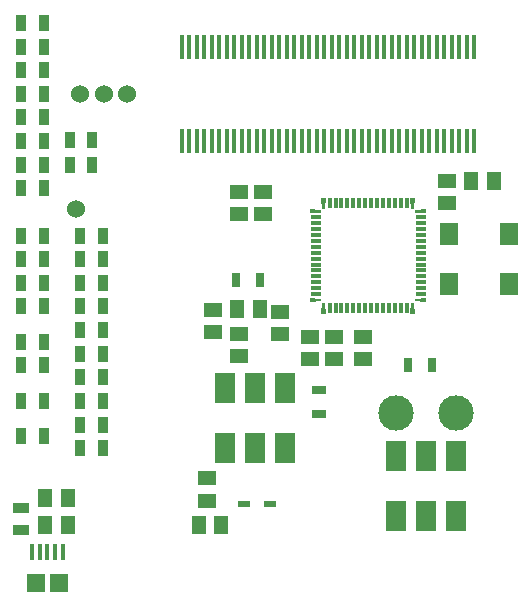
<source format=gtp>
%FSLAX34Y34*%
G04 Gerber Fmt 3.4, Leading zero omitted, Abs format*
G04 (created by PCBNEW (2014-06-12 BZR 4942)-product) date Mon 16 Jun 2014 06:59:23 PM PDT*
%MOIN*%
G01*
G70*
G90*
G04 APERTURE LIST*
%ADD10C,0.003937*%
%ADD11R,0.012000X0.036000*%
%ADD12R,0.036000X0.012000*%
%ADD13R,0.047200X0.031500*%
%ADD14R,0.059000X0.051200*%
%ADD15R,0.051200X0.059000*%
%ADD16R,0.015748X0.078740*%
%ADD17R,0.015748X0.053150*%
%ADD18R,0.059055X0.061024*%
%ADD19R,0.039400X0.023600*%
%ADD20R,0.035000X0.055000*%
%ADD21R,0.055000X0.035000*%
%ADD22C,0.060000*%
%ADD23R,0.031500X0.047200*%
%ADD24R,0.065000X0.100000*%
%ADD25R,0.061024X0.076772*%
%ADD26C,0.118100*%
G04 APERTURE END LIST*
G54D10*
G36*
X65099Y-19999D02*
X65067Y-20359D01*
X64979Y-20359D01*
X64947Y-19999D01*
X65099Y-19999D01*
X65099Y-19999D01*
G37*
G54D11*
X64823Y-20179D03*
X64623Y-20179D03*
X64433Y-20179D03*
X64233Y-20179D03*
X64033Y-20179D03*
X63843Y-20179D03*
X63643Y-20179D03*
X63443Y-20179D03*
X63243Y-20179D03*
X63053Y-20179D03*
X62853Y-20179D03*
X62653Y-20179D03*
X62463Y-20179D03*
X62263Y-20179D03*
G54D10*
G36*
X62139Y-19999D02*
X62107Y-20359D01*
X62019Y-20359D01*
X61987Y-19999D01*
X62139Y-19999D01*
X62139Y-19999D01*
G37*
G36*
X61613Y-20373D02*
X61973Y-20404D01*
X61973Y-20493D01*
X61613Y-20524D01*
X61613Y-20373D01*
X61613Y-20373D01*
G37*
G54D12*
X61793Y-20649D03*
X61793Y-20849D03*
X61793Y-21039D03*
X61793Y-21239D03*
X61793Y-21439D03*
X61793Y-21629D03*
X61793Y-21829D03*
X61793Y-22029D03*
X61793Y-22229D03*
X61793Y-22419D03*
X61793Y-22619D03*
X61793Y-22819D03*
X61793Y-23009D03*
X61793Y-23209D03*
G54D10*
G36*
X61613Y-23333D02*
X61973Y-23364D01*
X61973Y-23453D01*
X61613Y-23484D01*
X61613Y-23333D01*
X61613Y-23333D01*
G37*
G36*
X61987Y-23859D02*
X62019Y-23499D01*
X62107Y-23499D01*
X62139Y-23859D01*
X61987Y-23859D01*
X61987Y-23859D01*
G37*
G54D11*
X62263Y-23679D03*
X62463Y-23679D03*
X62653Y-23679D03*
X62853Y-23679D03*
X63053Y-23679D03*
X63243Y-23679D03*
X63443Y-23679D03*
X63643Y-23679D03*
X63843Y-23679D03*
X64033Y-23679D03*
X64233Y-23679D03*
X64433Y-23679D03*
X64623Y-23679D03*
X64823Y-23679D03*
G54D10*
G36*
X64947Y-23859D02*
X64979Y-23499D01*
X65067Y-23499D01*
X65099Y-23859D01*
X64947Y-23859D01*
X64947Y-23859D01*
G37*
G36*
X65473Y-23482D02*
X65113Y-23455D01*
X65113Y-23362D01*
X65473Y-23335D01*
X65473Y-23482D01*
X65473Y-23482D01*
G37*
G54D12*
X65293Y-23209D03*
X65293Y-23009D03*
X65293Y-22819D03*
X65293Y-22619D03*
X65293Y-22419D03*
X65293Y-22229D03*
X65293Y-22029D03*
X65293Y-21829D03*
X65293Y-21629D03*
X65293Y-21439D03*
X65293Y-21239D03*
X65293Y-21039D03*
X65293Y-20849D03*
X65293Y-20649D03*
G54D10*
G36*
X65473Y-20524D02*
X65113Y-20493D01*
X65113Y-20404D01*
X65473Y-20373D01*
X65473Y-20524D01*
X65473Y-20524D01*
G37*
G54D13*
X61889Y-27205D03*
X61889Y-26417D03*
G54D14*
X60039Y-19802D03*
X60039Y-20552D03*
X59251Y-19802D03*
X59251Y-20552D03*
X66181Y-20178D03*
X66181Y-19428D03*
G54D15*
X67737Y-19448D03*
X66987Y-19448D03*
G54D14*
X61614Y-25375D03*
X61614Y-24625D03*
X62401Y-25375D03*
X62401Y-24625D03*
X63385Y-24625D03*
X63385Y-25375D03*
X60614Y-24544D03*
X60614Y-23794D03*
G54D15*
X59922Y-23720D03*
X59172Y-23720D03*
X52774Y-30019D03*
X53524Y-30019D03*
G54D14*
X59251Y-24526D03*
X59251Y-25276D03*
X58366Y-23739D03*
X58366Y-24489D03*
X58169Y-29349D03*
X58169Y-30099D03*
G54D15*
X57892Y-30905D03*
X58642Y-30905D03*
X52774Y-30905D03*
X53524Y-30905D03*
G54D16*
X67079Y-14960D03*
X67079Y-18110D03*
X66829Y-14960D03*
X66829Y-18110D03*
X66579Y-14960D03*
X66579Y-18110D03*
X66329Y-14960D03*
X66329Y-18110D03*
X66079Y-14960D03*
X66079Y-18110D03*
X65829Y-14960D03*
X65829Y-18110D03*
X65579Y-14960D03*
X65579Y-18110D03*
X65329Y-14960D03*
X65329Y-18110D03*
X65079Y-14960D03*
X65079Y-18110D03*
X64829Y-14960D03*
X64829Y-18110D03*
X64579Y-14960D03*
X64579Y-18110D03*
X64329Y-14960D03*
X64329Y-18110D03*
X64079Y-14960D03*
X64079Y-18110D03*
X63829Y-14960D03*
X63829Y-18110D03*
X63579Y-14960D03*
X63579Y-18110D03*
X63329Y-14960D03*
X63329Y-18110D03*
X63079Y-14960D03*
X63079Y-18110D03*
X62829Y-14960D03*
X62829Y-18110D03*
X62579Y-14960D03*
X62579Y-18110D03*
X62329Y-14960D03*
X62329Y-18110D03*
X62079Y-14960D03*
X62079Y-18110D03*
X61829Y-14960D03*
X61829Y-18110D03*
X61579Y-14960D03*
X61579Y-18110D03*
X61329Y-14960D03*
X61329Y-18110D03*
X61079Y-14960D03*
X61079Y-18110D03*
X60829Y-14960D03*
X60829Y-18110D03*
X60579Y-14960D03*
X60579Y-18110D03*
X60329Y-14960D03*
X60329Y-18110D03*
X60079Y-14960D03*
X60079Y-18110D03*
X59829Y-14960D03*
X59829Y-18110D03*
X59579Y-14960D03*
X59579Y-18110D03*
X59329Y-14960D03*
X59329Y-18110D03*
X59079Y-14960D03*
X59079Y-18110D03*
X58829Y-14960D03*
X58829Y-18110D03*
X58579Y-14960D03*
X58579Y-18110D03*
X58329Y-14960D03*
X58329Y-18110D03*
X58079Y-14960D03*
X58079Y-18110D03*
X57829Y-14960D03*
X57829Y-18110D03*
X57579Y-14960D03*
X57579Y-18110D03*
X57329Y-14960D03*
X57329Y-18110D03*
G54D17*
X52854Y-31791D03*
X52598Y-31791D03*
X52342Y-31791D03*
X53110Y-31791D03*
X53366Y-31791D03*
G54D18*
X52460Y-32854D03*
X53248Y-32854D03*
G54D19*
X60275Y-30216D03*
X59409Y-30216D03*
G54D20*
X52737Y-18110D03*
X51987Y-18110D03*
X52737Y-18897D03*
X51987Y-18897D03*
X52737Y-15748D03*
X51987Y-15748D03*
X52737Y-17322D03*
X51987Y-17322D03*
X54351Y-18070D03*
X53601Y-18070D03*
X54351Y-18897D03*
X53601Y-18897D03*
X51987Y-14960D03*
X52737Y-14960D03*
X52737Y-16535D03*
X51987Y-16535D03*
X52737Y-14173D03*
X51987Y-14173D03*
G54D21*
X51968Y-30333D03*
X51968Y-31083D03*
G54D22*
X53805Y-20370D03*
G54D23*
X59153Y-22736D03*
X59941Y-22736D03*
X65669Y-25590D03*
X64881Y-25590D03*
G54D24*
X64488Y-30602D03*
X65488Y-30602D03*
X66488Y-30602D03*
X66488Y-28602D03*
X65488Y-28602D03*
X64488Y-28602D03*
X58759Y-28338D03*
X59759Y-28338D03*
X60759Y-28338D03*
X60759Y-26338D03*
X59759Y-26338D03*
X58759Y-26338D03*
G54D25*
X66224Y-22874D03*
X68224Y-22874D03*
X68224Y-21220D03*
X66224Y-21220D03*
G54D20*
X52737Y-27952D03*
X51987Y-27952D03*
X52737Y-26771D03*
X51987Y-26771D03*
X52737Y-25590D03*
X51987Y-25590D03*
X52737Y-24803D03*
X51987Y-24803D03*
X52737Y-23622D03*
X51987Y-23622D03*
X52737Y-22834D03*
X51987Y-22834D03*
X52737Y-22047D03*
X51987Y-22047D03*
X52737Y-21259D03*
X51987Y-21259D03*
X52737Y-19685D03*
X51987Y-19685D03*
X53955Y-28346D03*
X54705Y-28346D03*
X53955Y-27559D03*
X54705Y-27559D03*
X53955Y-26771D03*
X54705Y-26771D03*
X53955Y-25984D03*
X54705Y-25984D03*
X53955Y-25196D03*
X54705Y-25196D03*
X53955Y-24409D03*
X54705Y-24409D03*
X53955Y-23622D03*
X54705Y-23622D03*
X53955Y-22834D03*
X54705Y-22834D03*
X53955Y-22047D03*
X54705Y-22047D03*
X53955Y-21259D03*
X54705Y-21259D03*
G54D22*
X53937Y-16535D03*
X54724Y-16535D03*
X55511Y-16535D03*
G54D26*
X64488Y-27165D03*
X66456Y-27165D03*
M02*

</source>
